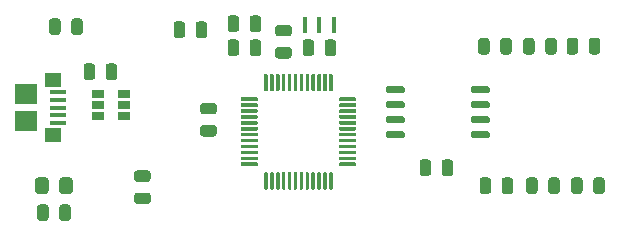
<source format=gbr>
%TF.GenerationSoftware,KiCad,Pcbnew,(5.1.6)-1*%
%TF.CreationDate,2020-10-29T00:16:48-05:00*%
%TF.ProjectId,VS1000BreakoutV2,56533130-3030-4427-9265-616b6f757456,rev?*%
%TF.SameCoordinates,Original*%
%TF.FileFunction,Paste,Top*%
%TF.FilePolarity,Positive*%
%FSLAX46Y46*%
G04 Gerber Fmt 4.6, Leading zero omitted, Abs format (unit mm)*
G04 Created by KiCad (PCBNEW (5.1.6)-1) date 2020-10-29 00:16:48*
%MOMM*%
%LPD*%
G01*
G04 APERTURE LIST*
%ADD10R,0.400000X1.400000*%
%ADD11R,1.060000X0.650000*%
%ADD12R,1.450000X1.150000*%
%ADD13R,1.900000X1.750000*%
%ADD14R,1.400000X0.400000*%
G04 APERTURE END LIST*
D10*
%TO.C,Y1*%
X110306000Y-109347000D03*
X111506000Y-109347000D03*
X112706000Y-109347000D03*
%TD*%
D11*
%TO.C,U2*%
X92753000Y-116078000D03*
X92753000Y-117028000D03*
X92753000Y-115128000D03*
X94953000Y-115128000D03*
X94953000Y-116078000D03*
X94953000Y-117028000D03*
%TD*%
%TO.C,U1*%
G36*
G01*
X106228000Y-121264000D02*
X104903000Y-121264000D01*
G75*
G02*
X104828000Y-121189000I0J75000D01*
G01*
X104828000Y-121039000D01*
G75*
G02*
X104903000Y-120964000I75000J0D01*
G01*
X106228000Y-120964000D01*
G75*
G02*
X106303000Y-121039000I0J-75000D01*
G01*
X106303000Y-121189000D01*
G75*
G02*
X106228000Y-121264000I-75000J0D01*
G01*
G37*
G36*
G01*
X106228000Y-120764000D02*
X104903000Y-120764000D01*
G75*
G02*
X104828000Y-120689000I0J75000D01*
G01*
X104828000Y-120539000D01*
G75*
G02*
X104903000Y-120464000I75000J0D01*
G01*
X106228000Y-120464000D01*
G75*
G02*
X106303000Y-120539000I0J-75000D01*
G01*
X106303000Y-120689000D01*
G75*
G02*
X106228000Y-120764000I-75000J0D01*
G01*
G37*
G36*
G01*
X106228000Y-120264000D02*
X104903000Y-120264000D01*
G75*
G02*
X104828000Y-120189000I0J75000D01*
G01*
X104828000Y-120039000D01*
G75*
G02*
X104903000Y-119964000I75000J0D01*
G01*
X106228000Y-119964000D01*
G75*
G02*
X106303000Y-120039000I0J-75000D01*
G01*
X106303000Y-120189000D01*
G75*
G02*
X106228000Y-120264000I-75000J0D01*
G01*
G37*
G36*
G01*
X106228000Y-119764000D02*
X104903000Y-119764000D01*
G75*
G02*
X104828000Y-119689000I0J75000D01*
G01*
X104828000Y-119539000D01*
G75*
G02*
X104903000Y-119464000I75000J0D01*
G01*
X106228000Y-119464000D01*
G75*
G02*
X106303000Y-119539000I0J-75000D01*
G01*
X106303000Y-119689000D01*
G75*
G02*
X106228000Y-119764000I-75000J0D01*
G01*
G37*
G36*
G01*
X106228000Y-119264000D02*
X104903000Y-119264000D01*
G75*
G02*
X104828000Y-119189000I0J75000D01*
G01*
X104828000Y-119039000D01*
G75*
G02*
X104903000Y-118964000I75000J0D01*
G01*
X106228000Y-118964000D01*
G75*
G02*
X106303000Y-119039000I0J-75000D01*
G01*
X106303000Y-119189000D01*
G75*
G02*
X106228000Y-119264000I-75000J0D01*
G01*
G37*
G36*
G01*
X106228000Y-118764000D02*
X104903000Y-118764000D01*
G75*
G02*
X104828000Y-118689000I0J75000D01*
G01*
X104828000Y-118539000D01*
G75*
G02*
X104903000Y-118464000I75000J0D01*
G01*
X106228000Y-118464000D01*
G75*
G02*
X106303000Y-118539000I0J-75000D01*
G01*
X106303000Y-118689000D01*
G75*
G02*
X106228000Y-118764000I-75000J0D01*
G01*
G37*
G36*
G01*
X106228000Y-118264000D02*
X104903000Y-118264000D01*
G75*
G02*
X104828000Y-118189000I0J75000D01*
G01*
X104828000Y-118039000D01*
G75*
G02*
X104903000Y-117964000I75000J0D01*
G01*
X106228000Y-117964000D01*
G75*
G02*
X106303000Y-118039000I0J-75000D01*
G01*
X106303000Y-118189000D01*
G75*
G02*
X106228000Y-118264000I-75000J0D01*
G01*
G37*
G36*
G01*
X106228000Y-117764000D02*
X104903000Y-117764000D01*
G75*
G02*
X104828000Y-117689000I0J75000D01*
G01*
X104828000Y-117539000D01*
G75*
G02*
X104903000Y-117464000I75000J0D01*
G01*
X106228000Y-117464000D01*
G75*
G02*
X106303000Y-117539000I0J-75000D01*
G01*
X106303000Y-117689000D01*
G75*
G02*
X106228000Y-117764000I-75000J0D01*
G01*
G37*
G36*
G01*
X106228000Y-117264000D02*
X104903000Y-117264000D01*
G75*
G02*
X104828000Y-117189000I0J75000D01*
G01*
X104828000Y-117039000D01*
G75*
G02*
X104903000Y-116964000I75000J0D01*
G01*
X106228000Y-116964000D01*
G75*
G02*
X106303000Y-117039000I0J-75000D01*
G01*
X106303000Y-117189000D01*
G75*
G02*
X106228000Y-117264000I-75000J0D01*
G01*
G37*
G36*
G01*
X106228000Y-116764000D02*
X104903000Y-116764000D01*
G75*
G02*
X104828000Y-116689000I0J75000D01*
G01*
X104828000Y-116539000D01*
G75*
G02*
X104903000Y-116464000I75000J0D01*
G01*
X106228000Y-116464000D01*
G75*
G02*
X106303000Y-116539000I0J-75000D01*
G01*
X106303000Y-116689000D01*
G75*
G02*
X106228000Y-116764000I-75000J0D01*
G01*
G37*
G36*
G01*
X106228000Y-116264000D02*
X104903000Y-116264000D01*
G75*
G02*
X104828000Y-116189000I0J75000D01*
G01*
X104828000Y-116039000D01*
G75*
G02*
X104903000Y-115964000I75000J0D01*
G01*
X106228000Y-115964000D01*
G75*
G02*
X106303000Y-116039000I0J-75000D01*
G01*
X106303000Y-116189000D01*
G75*
G02*
X106228000Y-116264000I-75000J0D01*
G01*
G37*
G36*
G01*
X106228000Y-115764000D02*
X104903000Y-115764000D01*
G75*
G02*
X104828000Y-115689000I0J75000D01*
G01*
X104828000Y-115539000D01*
G75*
G02*
X104903000Y-115464000I75000J0D01*
G01*
X106228000Y-115464000D01*
G75*
G02*
X106303000Y-115539000I0J-75000D01*
G01*
X106303000Y-115689000D01*
G75*
G02*
X106228000Y-115764000I-75000J0D01*
G01*
G37*
G36*
G01*
X107053000Y-114939000D02*
X106903000Y-114939000D01*
G75*
G02*
X106828000Y-114864000I0J75000D01*
G01*
X106828000Y-113539000D01*
G75*
G02*
X106903000Y-113464000I75000J0D01*
G01*
X107053000Y-113464000D01*
G75*
G02*
X107128000Y-113539000I0J-75000D01*
G01*
X107128000Y-114864000D01*
G75*
G02*
X107053000Y-114939000I-75000J0D01*
G01*
G37*
G36*
G01*
X107553000Y-114939000D02*
X107403000Y-114939000D01*
G75*
G02*
X107328000Y-114864000I0J75000D01*
G01*
X107328000Y-113539000D01*
G75*
G02*
X107403000Y-113464000I75000J0D01*
G01*
X107553000Y-113464000D01*
G75*
G02*
X107628000Y-113539000I0J-75000D01*
G01*
X107628000Y-114864000D01*
G75*
G02*
X107553000Y-114939000I-75000J0D01*
G01*
G37*
G36*
G01*
X108053000Y-114939000D02*
X107903000Y-114939000D01*
G75*
G02*
X107828000Y-114864000I0J75000D01*
G01*
X107828000Y-113539000D01*
G75*
G02*
X107903000Y-113464000I75000J0D01*
G01*
X108053000Y-113464000D01*
G75*
G02*
X108128000Y-113539000I0J-75000D01*
G01*
X108128000Y-114864000D01*
G75*
G02*
X108053000Y-114939000I-75000J0D01*
G01*
G37*
G36*
G01*
X108553000Y-114939000D02*
X108403000Y-114939000D01*
G75*
G02*
X108328000Y-114864000I0J75000D01*
G01*
X108328000Y-113539000D01*
G75*
G02*
X108403000Y-113464000I75000J0D01*
G01*
X108553000Y-113464000D01*
G75*
G02*
X108628000Y-113539000I0J-75000D01*
G01*
X108628000Y-114864000D01*
G75*
G02*
X108553000Y-114939000I-75000J0D01*
G01*
G37*
G36*
G01*
X109053000Y-114939000D02*
X108903000Y-114939000D01*
G75*
G02*
X108828000Y-114864000I0J75000D01*
G01*
X108828000Y-113539000D01*
G75*
G02*
X108903000Y-113464000I75000J0D01*
G01*
X109053000Y-113464000D01*
G75*
G02*
X109128000Y-113539000I0J-75000D01*
G01*
X109128000Y-114864000D01*
G75*
G02*
X109053000Y-114939000I-75000J0D01*
G01*
G37*
G36*
G01*
X109553000Y-114939000D02*
X109403000Y-114939000D01*
G75*
G02*
X109328000Y-114864000I0J75000D01*
G01*
X109328000Y-113539000D01*
G75*
G02*
X109403000Y-113464000I75000J0D01*
G01*
X109553000Y-113464000D01*
G75*
G02*
X109628000Y-113539000I0J-75000D01*
G01*
X109628000Y-114864000D01*
G75*
G02*
X109553000Y-114939000I-75000J0D01*
G01*
G37*
G36*
G01*
X110053000Y-114939000D02*
X109903000Y-114939000D01*
G75*
G02*
X109828000Y-114864000I0J75000D01*
G01*
X109828000Y-113539000D01*
G75*
G02*
X109903000Y-113464000I75000J0D01*
G01*
X110053000Y-113464000D01*
G75*
G02*
X110128000Y-113539000I0J-75000D01*
G01*
X110128000Y-114864000D01*
G75*
G02*
X110053000Y-114939000I-75000J0D01*
G01*
G37*
G36*
G01*
X110553000Y-114939000D02*
X110403000Y-114939000D01*
G75*
G02*
X110328000Y-114864000I0J75000D01*
G01*
X110328000Y-113539000D01*
G75*
G02*
X110403000Y-113464000I75000J0D01*
G01*
X110553000Y-113464000D01*
G75*
G02*
X110628000Y-113539000I0J-75000D01*
G01*
X110628000Y-114864000D01*
G75*
G02*
X110553000Y-114939000I-75000J0D01*
G01*
G37*
G36*
G01*
X111053000Y-114939000D02*
X110903000Y-114939000D01*
G75*
G02*
X110828000Y-114864000I0J75000D01*
G01*
X110828000Y-113539000D01*
G75*
G02*
X110903000Y-113464000I75000J0D01*
G01*
X111053000Y-113464000D01*
G75*
G02*
X111128000Y-113539000I0J-75000D01*
G01*
X111128000Y-114864000D01*
G75*
G02*
X111053000Y-114939000I-75000J0D01*
G01*
G37*
G36*
G01*
X111553000Y-114939000D02*
X111403000Y-114939000D01*
G75*
G02*
X111328000Y-114864000I0J75000D01*
G01*
X111328000Y-113539000D01*
G75*
G02*
X111403000Y-113464000I75000J0D01*
G01*
X111553000Y-113464000D01*
G75*
G02*
X111628000Y-113539000I0J-75000D01*
G01*
X111628000Y-114864000D01*
G75*
G02*
X111553000Y-114939000I-75000J0D01*
G01*
G37*
G36*
G01*
X112053000Y-114939000D02*
X111903000Y-114939000D01*
G75*
G02*
X111828000Y-114864000I0J75000D01*
G01*
X111828000Y-113539000D01*
G75*
G02*
X111903000Y-113464000I75000J0D01*
G01*
X112053000Y-113464000D01*
G75*
G02*
X112128000Y-113539000I0J-75000D01*
G01*
X112128000Y-114864000D01*
G75*
G02*
X112053000Y-114939000I-75000J0D01*
G01*
G37*
G36*
G01*
X112553000Y-114939000D02*
X112403000Y-114939000D01*
G75*
G02*
X112328000Y-114864000I0J75000D01*
G01*
X112328000Y-113539000D01*
G75*
G02*
X112403000Y-113464000I75000J0D01*
G01*
X112553000Y-113464000D01*
G75*
G02*
X112628000Y-113539000I0J-75000D01*
G01*
X112628000Y-114864000D01*
G75*
G02*
X112553000Y-114939000I-75000J0D01*
G01*
G37*
G36*
G01*
X114553000Y-115764000D02*
X113228000Y-115764000D01*
G75*
G02*
X113153000Y-115689000I0J75000D01*
G01*
X113153000Y-115539000D01*
G75*
G02*
X113228000Y-115464000I75000J0D01*
G01*
X114553000Y-115464000D01*
G75*
G02*
X114628000Y-115539000I0J-75000D01*
G01*
X114628000Y-115689000D01*
G75*
G02*
X114553000Y-115764000I-75000J0D01*
G01*
G37*
G36*
G01*
X114553000Y-116264000D02*
X113228000Y-116264000D01*
G75*
G02*
X113153000Y-116189000I0J75000D01*
G01*
X113153000Y-116039000D01*
G75*
G02*
X113228000Y-115964000I75000J0D01*
G01*
X114553000Y-115964000D01*
G75*
G02*
X114628000Y-116039000I0J-75000D01*
G01*
X114628000Y-116189000D01*
G75*
G02*
X114553000Y-116264000I-75000J0D01*
G01*
G37*
G36*
G01*
X114553000Y-116764000D02*
X113228000Y-116764000D01*
G75*
G02*
X113153000Y-116689000I0J75000D01*
G01*
X113153000Y-116539000D01*
G75*
G02*
X113228000Y-116464000I75000J0D01*
G01*
X114553000Y-116464000D01*
G75*
G02*
X114628000Y-116539000I0J-75000D01*
G01*
X114628000Y-116689000D01*
G75*
G02*
X114553000Y-116764000I-75000J0D01*
G01*
G37*
G36*
G01*
X114553000Y-117264000D02*
X113228000Y-117264000D01*
G75*
G02*
X113153000Y-117189000I0J75000D01*
G01*
X113153000Y-117039000D01*
G75*
G02*
X113228000Y-116964000I75000J0D01*
G01*
X114553000Y-116964000D01*
G75*
G02*
X114628000Y-117039000I0J-75000D01*
G01*
X114628000Y-117189000D01*
G75*
G02*
X114553000Y-117264000I-75000J0D01*
G01*
G37*
G36*
G01*
X114553000Y-117764000D02*
X113228000Y-117764000D01*
G75*
G02*
X113153000Y-117689000I0J75000D01*
G01*
X113153000Y-117539000D01*
G75*
G02*
X113228000Y-117464000I75000J0D01*
G01*
X114553000Y-117464000D01*
G75*
G02*
X114628000Y-117539000I0J-75000D01*
G01*
X114628000Y-117689000D01*
G75*
G02*
X114553000Y-117764000I-75000J0D01*
G01*
G37*
G36*
G01*
X114553000Y-118264000D02*
X113228000Y-118264000D01*
G75*
G02*
X113153000Y-118189000I0J75000D01*
G01*
X113153000Y-118039000D01*
G75*
G02*
X113228000Y-117964000I75000J0D01*
G01*
X114553000Y-117964000D01*
G75*
G02*
X114628000Y-118039000I0J-75000D01*
G01*
X114628000Y-118189000D01*
G75*
G02*
X114553000Y-118264000I-75000J0D01*
G01*
G37*
G36*
G01*
X114553000Y-118764000D02*
X113228000Y-118764000D01*
G75*
G02*
X113153000Y-118689000I0J75000D01*
G01*
X113153000Y-118539000D01*
G75*
G02*
X113228000Y-118464000I75000J0D01*
G01*
X114553000Y-118464000D01*
G75*
G02*
X114628000Y-118539000I0J-75000D01*
G01*
X114628000Y-118689000D01*
G75*
G02*
X114553000Y-118764000I-75000J0D01*
G01*
G37*
G36*
G01*
X114553000Y-119264000D02*
X113228000Y-119264000D01*
G75*
G02*
X113153000Y-119189000I0J75000D01*
G01*
X113153000Y-119039000D01*
G75*
G02*
X113228000Y-118964000I75000J0D01*
G01*
X114553000Y-118964000D01*
G75*
G02*
X114628000Y-119039000I0J-75000D01*
G01*
X114628000Y-119189000D01*
G75*
G02*
X114553000Y-119264000I-75000J0D01*
G01*
G37*
G36*
G01*
X114553000Y-119764000D02*
X113228000Y-119764000D01*
G75*
G02*
X113153000Y-119689000I0J75000D01*
G01*
X113153000Y-119539000D01*
G75*
G02*
X113228000Y-119464000I75000J0D01*
G01*
X114553000Y-119464000D01*
G75*
G02*
X114628000Y-119539000I0J-75000D01*
G01*
X114628000Y-119689000D01*
G75*
G02*
X114553000Y-119764000I-75000J0D01*
G01*
G37*
G36*
G01*
X114553000Y-120264000D02*
X113228000Y-120264000D01*
G75*
G02*
X113153000Y-120189000I0J75000D01*
G01*
X113153000Y-120039000D01*
G75*
G02*
X113228000Y-119964000I75000J0D01*
G01*
X114553000Y-119964000D01*
G75*
G02*
X114628000Y-120039000I0J-75000D01*
G01*
X114628000Y-120189000D01*
G75*
G02*
X114553000Y-120264000I-75000J0D01*
G01*
G37*
G36*
G01*
X114553000Y-120764000D02*
X113228000Y-120764000D01*
G75*
G02*
X113153000Y-120689000I0J75000D01*
G01*
X113153000Y-120539000D01*
G75*
G02*
X113228000Y-120464000I75000J0D01*
G01*
X114553000Y-120464000D01*
G75*
G02*
X114628000Y-120539000I0J-75000D01*
G01*
X114628000Y-120689000D01*
G75*
G02*
X114553000Y-120764000I-75000J0D01*
G01*
G37*
G36*
G01*
X114553000Y-121264000D02*
X113228000Y-121264000D01*
G75*
G02*
X113153000Y-121189000I0J75000D01*
G01*
X113153000Y-121039000D01*
G75*
G02*
X113228000Y-120964000I75000J0D01*
G01*
X114553000Y-120964000D01*
G75*
G02*
X114628000Y-121039000I0J-75000D01*
G01*
X114628000Y-121189000D01*
G75*
G02*
X114553000Y-121264000I-75000J0D01*
G01*
G37*
G36*
G01*
X112553000Y-123264000D02*
X112403000Y-123264000D01*
G75*
G02*
X112328000Y-123189000I0J75000D01*
G01*
X112328000Y-121864000D01*
G75*
G02*
X112403000Y-121789000I75000J0D01*
G01*
X112553000Y-121789000D01*
G75*
G02*
X112628000Y-121864000I0J-75000D01*
G01*
X112628000Y-123189000D01*
G75*
G02*
X112553000Y-123264000I-75000J0D01*
G01*
G37*
G36*
G01*
X112053000Y-123264000D02*
X111903000Y-123264000D01*
G75*
G02*
X111828000Y-123189000I0J75000D01*
G01*
X111828000Y-121864000D01*
G75*
G02*
X111903000Y-121789000I75000J0D01*
G01*
X112053000Y-121789000D01*
G75*
G02*
X112128000Y-121864000I0J-75000D01*
G01*
X112128000Y-123189000D01*
G75*
G02*
X112053000Y-123264000I-75000J0D01*
G01*
G37*
G36*
G01*
X111553000Y-123264000D02*
X111403000Y-123264000D01*
G75*
G02*
X111328000Y-123189000I0J75000D01*
G01*
X111328000Y-121864000D01*
G75*
G02*
X111403000Y-121789000I75000J0D01*
G01*
X111553000Y-121789000D01*
G75*
G02*
X111628000Y-121864000I0J-75000D01*
G01*
X111628000Y-123189000D01*
G75*
G02*
X111553000Y-123264000I-75000J0D01*
G01*
G37*
G36*
G01*
X111053000Y-123264000D02*
X110903000Y-123264000D01*
G75*
G02*
X110828000Y-123189000I0J75000D01*
G01*
X110828000Y-121864000D01*
G75*
G02*
X110903000Y-121789000I75000J0D01*
G01*
X111053000Y-121789000D01*
G75*
G02*
X111128000Y-121864000I0J-75000D01*
G01*
X111128000Y-123189000D01*
G75*
G02*
X111053000Y-123264000I-75000J0D01*
G01*
G37*
G36*
G01*
X110553000Y-123264000D02*
X110403000Y-123264000D01*
G75*
G02*
X110328000Y-123189000I0J75000D01*
G01*
X110328000Y-121864000D01*
G75*
G02*
X110403000Y-121789000I75000J0D01*
G01*
X110553000Y-121789000D01*
G75*
G02*
X110628000Y-121864000I0J-75000D01*
G01*
X110628000Y-123189000D01*
G75*
G02*
X110553000Y-123264000I-75000J0D01*
G01*
G37*
G36*
G01*
X110053000Y-123264000D02*
X109903000Y-123264000D01*
G75*
G02*
X109828000Y-123189000I0J75000D01*
G01*
X109828000Y-121864000D01*
G75*
G02*
X109903000Y-121789000I75000J0D01*
G01*
X110053000Y-121789000D01*
G75*
G02*
X110128000Y-121864000I0J-75000D01*
G01*
X110128000Y-123189000D01*
G75*
G02*
X110053000Y-123264000I-75000J0D01*
G01*
G37*
G36*
G01*
X109553000Y-123264000D02*
X109403000Y-123264000D01*
G75*
G02*
X109328000Y-123189000I0J75000D01*
G01*
X109328000Y-121864000D01*
G75*
G02*
X109403000Y-121789000I75000J0D01*
G01*
X109553000Y-121789000D01*
G75*
G02*
X109628000Y-121864000I0J-75000D01*
G01*
X109628000Y-123189000D01*
G75*
G02*
X109553000Y-123264000I-75000J0D01*
G01*
G37*
G36*
G01*
X109053000Y-123264000D02*
X108903000Y-123264000D01*
G75*
G02*
X108828000Y-123189000I0J75000D01*
G01*
X108828000Y-121864000D01*
G75*
G02*
X108903000Y-121789000I75000J0D01*
G01*
X109053000Y-121789000D01*
G75*
G02*
X109128000Y-121864000I0J-75000D01*
G01*
X109128000Y-123189000D01*
G75*
G02*
X109053000Y-123264000I-75000J0D01*
G01*
G37*
G36*
G01*
X108553000Y-123264000D02*
X108403000Y-123264000D01*
G75*
G02*
X108328000Y-123189000I0J75000D01*
G01*
X108328000Y-121864000D01*
G75*
G02*
X108403000Y-121789000I75000J0D01*
G01*
X108553000Y-121789000D01*
G75*
G02*
X108628000Y-121864000I0J-75000D01*
G01*
X108628000Y-123189000D01*
G75*
G02*
X108553000Y-123264000I-75000J0D01*
G01*
G37*
G36*
G01*
X108053000Y-123264000D02*
X107903000Y-123264000D01*
G75*
G02*
X107828000Y-123189000I0J75000D01*
G01*
X107828000Y-121864000D01*
G75*
G02*
X107903000Y-121789000I75000J0D01*
G01*
X108053000Y-121789000D01*
G75*
G02*
X108128000Y-121864000I0J-75000D01*
G01*
X108128000Y-123189000D01*
G75*
G02*
X108053000Y-123264000I-75000J0D01*
G01*
G37*
G36*
G01*
X107553000Y-123264000D02*
X107403000Y-123264000D01*
G75*
G02*
X107328000Y-123189000I0J75000D01*
G01*
X107328000Y-121864000D01*
G75*
G02*
X107403000Y-121789000I75000J0D01*
G01*
X107553000Y-121789000D01*
G75*
G02*
X107628000Y-121864000I0J-75000D01*
G01*
X107628000Y-123189000D01*
G75*
G02*
X107553000Y-123264000I-75000J0D01*
G01*
G37*
G36*
G01*
X107053000Y-123264000D02*
X106903000Y-123264000D01*
G75*
G02*
X106828000Y-123189000I0J75000D01*
G01*
X106828000Y-121864000D01*
G75*
G02*
X106903000Y-121789000I75000J0D01*
G01*
X107053000Y-121789000D01*
G75*
G02*
X107128000Y-121864000I0J-75000D01*
G01*
X107128000Y-123189000D01*
G75*
G02*
X107053000Y-123264000I-75000J0D01*
G01*
G37*
%TD*%
%TO.C,R7*%
G36*
G01*
X121862000Y-121868250D02*
X121862000Y-120955750D01*
G75*
G02*
X122105750Y-120712000I243750J0D01*
G01*
X122593250Y-120712000D01*
G75*
G02*
X122837000Y-120955750I0J-243750D01*
G01*
X122837000Y-121868250D01*
G75*
G02*
X122593250Y-122112000I-243750J0D01*
G01*
X122105750Y-122112000D01*
G75*
G02*
X121862000Y-121868250I0J243750D01*
G01*
G37*
G36*
G01*
X119987000Y-121868250D02*
X119987000Y-120955750D01*
G75*
G02*
X120230750Y-120712000I243750J0D01*
G01*
X120718250Y-120712000D01*
G75*
G02*
X120962000Y-120955750I0J-243750D01*
G01*
X120962000Y-121868250D01*
G75*
G02*
X120718250Y-122112000I-243750J0D01*
G01*
X120230750Y-122112000D01*
G75*
G02*
X119987000Y-121868250I0J243750D01*
G01*
G37*
%TD*%
%TO.C,R6*%
G36*
G01*
X126042000Y-122479750D02*
X126042000Y-123392250D01*
G75*
G02*
X125798250Y-123636000I-243750J0D01*
G01*
X125310750Y-123636000D01*
G75*
G02*
X125067000Y-123392250I0J243750D01*
G01*
X125067000Y-122479750D01*
G75*
G02*
X125310750Y-122236000I243750J0D01*
G01*
X125798250Y-122236000D01*
G75*
G02*
X126042000Y-122479750I0J-243750D01*
G01*
G37*
G36*
G01*
X127917000Y-122479750D02*
X127917000Y-123392250D01*
G75*
G02*
X127673250Y-123636000I-243750J0D01*
G01*
X127185750Y-123636000D01*
G75*
G02*
X126942000Y-123392250I0J243750D01*
G01*
X126942000Y-122479750D01*
G75*
G02*
X127185750Y-122236000I243750J0D01*
G01*
X127673250Y-122236000D01*
G75*
G02*
X127917000Y-122479750I0J-243750D01*
G01*
G37*
%TD*%
%TO.C,R5*%
G36*
G01*
X125915000Y-110668750D02*
X125915000Y-111581250D01*
G75*
G02*
X125671250Y-111825000I-243750J0D01*
G01*
X125183750Y-111825000D01*
G75*
G02*
X124940000Y-111581250I0J243750D01*
G01*
X124940000Y-110668750D01*
G75*
G02*
X125183750Y-110425000I243750J0D01*
G01*
X125671250Y-110425000D01*
G75*
G02*
X125915000Y-110668750I0J-243750D01*
G01*
G37*
G36*
G01*
X127790000Y-110668750D02*
X127790000Y-111581250D01*
G75*
G02*
X127546250Y-111825000I-243750J0D01*
G01*
X127058750Y-111825000D01*
G75*
G02*
X126815000Y-111581250I0J243750D01*
G01*
X126815000Y-110668750D01*
G75*
G02*
X127058750Y-110425000I243750J0D01*
G01*
X127546250Y-110425000D01*
G75*
G02*
X127790000Y-110668750I0J-243750D01*
G01*
G37*
%TD*%
%TO.C,R4*%
G36*
G01*
X100134000Y-109271750D02*
X100134000Y-110184250D01*
G75*
G02*
X99890250Y-110428000I-243750J0D01*
G01*
X99402750Y-110428000D01*
G75*
G02*
X99159000Y-110184250I0J243750D01*
G01*
X99159000Y-109271750D01*
G75*
G02*
X99402750Y-109028000I243750J0D01*
G01*
X99890250Y-109028000D01*
G75*
G02*
X100134000Y-109271750I0J-243750D01*
G01*
G37*
G36*
G01*
X102009000Y-109271750D02*
X102009000Y-110184250D01*
G75*
G02*
X101765250Y-110428000I-243750J0D01*
G01*
X101277750Y-110428000D01*
G75*
G02*
X101034000Y-110184250I0J243750D01*
G01*
X101034000Y-109271750D01*
G75*
G02*
X101277750Y-109028000I243750J0D01*
G01*
X101765250Y-109028000D01*
G75*
G02*
X102009000Y-109271750I0J-243750D01*
G01*
G37*
%TD*%
%TO.C,R3*%
G36*
G01*
X90493000Y-109930250D02*
X90493000Y-109017750D01*
G75*
G02*
X90736750Y-108774000I243750J0D01*
G01*
X91224250Y-108774000D01*
G75*
G02*
X91468000Y-109017750I0J-243750D01*
G01*
X91468000Y-109930250D01*
G75*
G02*
X91224250Y-110174000I-243750J0D01*
G01*
X90736750Y-110174000D01*
G75*
G02*
X90493000Y-109930250I0J243750D01*
G01*
G37*
G36*
G01*
X88618000Y-109930250D02*
X88618000Y-109017750D01*
G75*
G02*
X88861750Y-108774000I243750J0D01*
G01*
X89349250Y-108774000D01*
G75*
G02*
X89593000Y-109017750I0J-243750D01*
G01*
X89593000Y-109930250D01*
G75*
G02*
X89349250Y-110174000I-243750J0D01*
G01*
X88861750Y-110174000D01*
G75*
G02*
X88618000Y-109930250I0J243750D01*
G01*
G37*
%TD*%
%TO.C,R2*%
G36*
G01*
X111956000Y-111708250D02*
X111956000Y-110795750D01*
G75*
G02*
X112199750Y-110552000I243750J0D01*
G01*
X112687250Y-110552000D01*
G75*
G02*
X112931000Y-110795750I0J-243750D01*
G01*
X112931000Y-111708250D01*
G75*
G02*
X112687250Y-111952000I-243750J0D01*
G01*
X112199750Y-111952000D01*
G75*
G02*
X111956000Y-111708250I0J243750D01*
G01*
G37*
G36*
G01*
X110081000Y-111708250D02*
X110081000Y-110795750D01*
G75*
G02*
X110324750Y-110552000I243750J0D01*
G01*
X110812250Y-110552000D01*
G75*
G02*
X111056000Y-110795750I0J-243750D01*
G01*
X111056000Y-111708250D01*
G75*
G02*
X110812250Y-111952000I-243750J0D01*
G01*
X110324750Y-111952000D01*
G75*
G02*
X110081000Y-111708250I0J243750D01*
G01*
G37*
%TD*%
%TO.C,R1*%
G36*
G01*
X96976250Y-122613000D02*
X96063750Y-122613000D01*
G75*
G02*
X95820000Y-122369250I0J243750D01*
G01*
X95820000Y-121881750D01*
G75*
G02*
X96063750Y-121638000I243750J0D01*
G01*
X96976250Y-121638000D01*
G75*
G02*
X97220000Y-121881750I0J-243750D01*
G01*
X97220000Y-122369250D01*
G75*
G02*
X96976250Y-122613000I-243750J0D01*
G01*
G37*
G36*
G01*
X96976250Y-124488000D02*
X96063750Y-124488000D01*
G75*
G02*
X95820000Y-124244250I0J243750D01*
G01*
X95820000Y-123756750D01*
G75*
G02*
X96063750Y-123513000I243750J0D01*
G01*
X96976250Y-123513000D01*
G75*
G02*
X97220000Y-123756750I0J-243750D01*
G01*
X97220000Y-124244250D01*
G75*
G02*
X96976250Y-124488000I-243750J0D01*
G01*
G37*
%TD*%
D12*
%TO.C,J3*%
X88914000Y-114012000D03*
X88914000Y-118652000D03*
D13*
X86684000Y-115207000D03*
D14*
X89334000Y-116332000D03*
X89334000Y-116982000D03*
X89334000Y-117632000D03*
X89334000Y-115032000D03*
X89334000Y-115682000D03*
D13*
X86684000Y-117457000D03*
%TD*%
%TO.C,D1*%
G36*
G01*
X89477000Y-123386001D02*
X89477000Y-122485999D01*
G75*
G02*
X89726999Y-122236000I249999J0D01*
G01*
X90377001Y-122236000D01*
G75*
G02*
X90627000Y-122485999I0J-249999D01*
G01*
X90627000Y-123386001D01*
G75*
G02*
X90377001Y-123636000I-249999J0D01*
G01*
X89726999Y-123636000D01*
G75*
G02*
X89477000Y-123386001I0J249999D01*
G01*
G37*
G36*
G01*
X87427000Y-123386001D02*
X87427000Y-122485999D01*
G75*
G02*
X87676999Y-122236000I249999J0D01*
G01*
X88327001Y-122236000D01*
G75*
G02*
X88577000Y-122485999I0J-249999D01*
G01*
X88577000Y-123386001D01*
G75*
G02*
X88327001Y-123636000I-249999J0D01*
G01*
X87676999Y-123636000D01*
G75*
G02*
X87427000Y-123386001I0J249999D01*
G01*
G37*
%TD*%
%TO.C,C9*%
G36*
G01*
X133789000Y-122479750D02*
X133789000Y-123392250D01*
G75*
G02*
X133545250Y-123636000I-243750J0D01*
G01*
X133057750Y-123636000D01*
G75*
G02*
X132814000Y-123392250I0J243750D01*
G01*
X132814000Y-122479750D01*
G75*
G02*
X133057750Y-122236000I243750J0D01*
G01*
X133545250Y-122236000D01*
G75*
G02*
X133789000Y-122479750I0J-243750D01*
G01*
G37*
G36*
G01*
X135664000Y-122479750D02*
X135664000Y-123392250D01*
G75*
G02*
X135420250Y-123636000I-243750J0D01*
G01*
X134932750Y-123636000D01*
G75*
G02*
X134689000Y-123392250I0J243750D01*
G01*
X134689000Y-122479750D01*
G75*
G02*
X134932750Y-122236000I243750J0D01*
G01*
X135420250Y-122236000D01*
G75*
G02*
X135664000Y-122479750I0J-243750D01*
G01*
G37*
%TD*%
%TO.C,C8*%
G36*
G01*
X133408000Y-110668750D02*
X133408000Y-111581250D01*
G75*
G02*
X133164250Y-111825000I-243750J0D01*
G01*
X132676750Y-111825000D01*
G75*
G02*
X132433000Y-111581250I0J243750D01*
G01*
X132433000Y-110668750D01*
G75*
G02*
X132676750Y-110425000I243750J0D01*
G01*
X133164250Y-110425000D01*
G75*
G02*
X133408000Y-110668750I0J-243750D01*
G01*
G37*
G36*
G01*
X135283000Y-110668750D02*
X135283000Y-111581250D01*
G75*
G02*
X135039250Y-111825000I-243750J0D01*
G01*
X134551750Y-111825000D01*
G75*
G02*
X134308000Y-111581250I0J243750D01*
G01*
X134308000Y-110668750D01*
G75*
G02*
X134551750Y-110425000I243750J0D01*
G01*
X135039250Y-110425000D01*
G75*
G02*
X135283000Y-110668750I0J-243750D01*
G01*
G37*
%TD*%
%TO.C,C7*%
G36*
G01*
X130879000Y-123392250D02*
X130879000Y-122479750D01*
G75*
G02*
X131122750Y-122236000I243750J0D01*
G01*
X131610250Y-122236000D01*
G75*
G02*
X131854000Y-122479750I0J-243750D01*
G01*
X131854000Y-123392250D01*
G75*
G02*
X131610250Y-123636000I-243750J0D01*
G01*
X131122750Y-123636000D01*
G75*
G02*
X130879000Y-123392250I0J243750D01*
G01*
G37*
G36*
G01*
X129004000Y-123392250D02*
X129004000Y-122479750D01*
G75*
G02*
X129247750Y-122236000I243750J0D01*
G01*
X129735250Y-122236000D01*
G75*
G02*
X129979000Y-122479750I0J-243750D01*
G01*
X129979000Y-123392250D01*
G75*
G02*
X129735250Y-123636000I-243750J0D01*
G01*
X129247750Y-123636000D01*
G75*
G02*
X129004000Y-123392250I0J243750D01*
G01*
G37*
%TD*%
%TO.C,C6*%
G36*
G01*
X130625000Y-111581250D02*
X130625000Y-110668750D01*
G75*
G02*
X130868750Y-110425000I243750J0D01*
G01*
X131356250Y-110425000D01*
G75*
G02*
X131600000Y-110668750I0J-243750D01*
G01*
X131600000Y-111581250D01*
G75*
G02*
X131356250Y-111825000I-243750J0D01*
G01*
X130868750Y-111825000D01*
G75*
G02*
X130625000Y-111581250I0J243750D01*
G01*
G37*
G36*
G01*
X128750000Y-111581250D02*
X128750000Y-110668750D01*
G75*
G02*
X128993750Y-110425000I243750J0D01*
G01*
X129481250Y-110425000D01*
G75*
G02*
X129725000Y-110668750I0J-243750D01*
G01*
X129725000Y-111581250D01*
G75*
G02*
X129481250Y-111825000I-243750J0D01*
G01*
X128993750Y-111825000D01*
G75*
G02*
X128750000Y-111581250I0J243750D01*
G01*
G37*
%TD*%
%TO.C,C5*%
G36*
G01*
X101651750Y-117798000D02*
X102564250Y-117798000D01*
G75*
G02*
X102808000Y-118041750I0J-243750D01*
G01*
X102808000Y-118529250D01*
G75*
G02*
X102564250Y-118773000I-243750J0D01*
G01*
X101651750Y-118773000D01*
G75*
G02*
X101408000Y-118529250I0J243750D01*
G01*
X101408000Y-118041750D01*
G75*
G02*
X101651750Y-117798000I243750J0D01*
G01*
G37*
G36*
G01*
X101651750Y-115923000D02*
X102564250Y-115923000D01*
G75*
G02*
X102808000Y-116166750I0J-243750D01*
G01*
X102808000Y-116654250D01*
G75*
G02*
X102564250Y-116898000I-243750J0D01*
G01*
X101651750Y-116898000D01*
G75*
G02*
X101408000Y-116654250I0J243750D01*
G01*
X101408000Y-116166750D01*
G75*
G02*
X101651750Y-115923000I243750J0D01*
G01*
G37*
%TD*%
%TO.C,C4*%
G36*
G01*
X105606000Y-109676250D02*
X105606000Y-108763750D01*
G75*
G02*
X105849750Y-108520000I243750J0D01*
G01*
X106337250Y-108520000D01*
G75*
G02*
X106581000Y-108763750I0J-243750D01*
G01*
X106581000Y-109676250D01*
G75*
G02*
X106337250Y-109920000I-243750J0D01*
G01*
X105849750Y-109920000D01*
G75*
G02*
X105606000Y-109676250I0J243750D01*
G01*
G37*
G36*
G01*
X103731000Y-109676250D02*
X103731000Y-108763750D01*
G75*
G02*
X103974750Y-108520000I243750J0D01*
G01*
X104462250Y-108520000D01*
G75*
G02*
X104706000Y-108763750I0J-243750D01*
G01*
X104706000Y-109676250D01*
G75*
G02*
X104462250Y-109920000I-243750J0D01*
G01*
X103974750Y-109920000D01*
G75*
G02*
X103731000Y-109676250I0J243750D01*
G01*
G37*
%TD*%
%TO.C,C3*%
G36*
G01*
X93414000Y-113740250D02*
X93414000Y-112827750D01*
G75*
G02*
X93657750Y-112584000I243750J0D01*
G01*
X94145250Y-112584000D01*
G75*
G02*
X94389000Y-112827750I0J-243750D01*
G01*
X94389000Y-113740250D01*
G75*
G02*
X94145250Y-113984000I-243750J0D01*
G01*
X93657750Y-113984000D01*
G75*
G02*
X93414000Y-113740250I0J243750D01*
G01*
G37*
G36*
G01*
X91539000Y-113740250D02*
X91539000Y-112827750D01*
G75*
G02*
X91782750Y-112584000I243750J0D01*
G01*
X92270250Y-112584000D01*
G75*
G02*
X92514000Y-112827750I0J-243750D01*
G01*
X92514000Y-113740250D01*
G75*
G02*
X92270250Y-113984000I-243750J0D01*
G01*
X91782750Y-113984000D01*
G75*
G02*
X91539000Y-113740250I0J243750D01*
G01*
G37*
%TD*%
%TO.C,C2*%
G36*
G01*
X104706000Y-110795750D02*
X104706000Y-111708250D01*
G75*
G02*
X104462250Y-111952000I-243750J0D01*
G01*
X103974750Y-111952000D01*
G75*
G02*
X103731000Y-111708250I0J243750D01*
G01*
X103731000Y-110795750D01*
G75*
G02*
X103974750Y-110552000I243750J0D01*
G01*
X104462250Y-110552000D01*
G75*
G02*
X104706000Y-110795750I0J-243750D01*
G01*
G37*
G36*
G01*
X106581000Y-110795750D02*
X106581000Y-111708250D01*
G75*
G02*
X106337250Y-111952000I-243750J0D01*
G01*
X105849750Y-111952000D01*
G75*
G02*
X105606000Y-111708250I0J243750D01*
G01*
X105606000Y-110795750D01*
G75*
G02*
X105849750Y-110552000I243750J0D01*
G01*
X106337250Y-110552000D01*
G75*
G02*
X106581000Y-110795750I0J-243750D01*
G01*
G37*
%TD*%
%TO.C,C1*%
G36*
G01*
X108914250Y-110294000D02*
X108001750Y-110294000D01*
G75*
G02*
X107758000Y-110050250I0J243750D01*
G01*
X107758000Y-109562750D01*
G75*
G02*
X108001750Y-109319000I243750J0D01*
G01*
X108914250Y-109319000D01*
G75*
G02*
X109158000Y-109562750I0J-243750D01*
G01*
X109158000Y-110050250D01*
G75*
G02*
X108914250Y-110294000I-243750J0D01*
G01*
G37*
G36*
G01*
X108914250Y-112169000D02*
X108001750Y-112169000D01*
G75*
G02*
X107758000Y-111925250I0J243750D01*
G01*
X107758000Y-111437750D01*
G75*
G02*
X108001750Y-111194000I243750J0D01*
G01*
X108914250Y-111194000D01*
G75*
G02*
X109158000Y-111437750I0J-243750D01*
G01*
X109158000Y-111925250D01*
G75*
G02*
X108914250Y-112169000I-243750J0D01*
G01*
G37*
%TD*%
%TO.C,R8*%
G36*
G01*
X87602000Y-125678250D02*
X87602000Y-124765750D01*
G75*
G02*
X87845750Y-124522000I243750J0D01*
G01*
X88333250Y-124522000D01*
G75*
G02*
X88577000Y-124765750I0J-243750D01*
G01*
X88577000Y-125678250D01*
G75*
G02*
X88333250Y-125922000I-243750J0D01*
G01*
X87845750Y-125922000D01*
G75*
G02*
X87602000Y-125678250I0J243750D01*
G01*
G37*
G36*
G01*
X89477000Y-125678250D02*
X89477000Y-124765750D01*
G75*
G02*
X89720750Y-124522000I243750J0D01*
G01*
X90208250Y-124522000D01*
G75*
G02*
X90452000Y-124765750I0J-243750D01*
G01*
X90452000Y-125678250D01*
G75*
G02*
X90208250Y-125922000I-243750J0D01*
G01*
X89720750Y-125922000D01*
G75*
G02*
X89477000Y-125678250I0J243750D01*
G01*
G37*
%TD*%
%TO.C,U3*%
G36*
G01*
X125939000Y-118468000D02*
X125939000Y-118768000D01*
G75*
G02*
X125789000Y-118918000I-150000J0D01*
G01*
X124489000Y-118918000D01*
G75*
G02*
X124339000Y-118768000I0J150000D01*
G01*
X124339000Y-118468000D01*
G75*
G02*
X124489000Y-118318000I150000J0D01*
G01*
X125789000Y-118318000D01*
G75*
G02*
X125939000Y-118468000I0J-150000D01*
G01*
G37*
G36*
G01*
X125939000Y-117198000D02*
X125939000Y-117498000D01*
G75*
G02*
X125789000Y-117648000I-150000J0D01*
G01*
X124489000Y-117648000D01*
G75*
G02*
X124339000Y-117498000I0J150000D01*
G01*
X124339000Y-117198000D01*
G75*
G02*
X124489000Y-117048000I150000J0D01*
G01*
X125789000Y-117048000D01*
G75*
G02*
X125939000Y-117198000I0J-150000D01*
G01*
G37*
G36*
G01*
X125939000Y-115928000D02*
X125939000Y-116228000D01*
G75*
G02*
X125789000Y-116378000I-150000J0D01*
G01*
X124489000Y-116378000D01*
G75*
G02*
X124339000Y-116228000I0J150000D01*
G01*
X124339000Y-115928000D01*
G75*
G02*
X124489000Y-115778000I150000J0D01*
G01*
X125789000Y-115778000D01*
G75*
G02*
X125939000Y-115928000I0J-150000D01*
G01*
G37*
G36*
G01*
X125939000Y-114658000D02*
X125939000Y-114958000D01*
G75*
G02*
X125789000Y-115108000I-150000J0D01*
G01*
X124489000Y-115108000D01*
G75*
G02*
X124339000Y-114958000I0J150000D01*
G01*
X124339000Y-114658000D01*
G75*
G02*
X124489000Y-114508000I150000J0D01*
G01*
X125789000Y-114508000D01*
G75*
G02*
X125939000Y-114658000I0J-150000D01*
G01*
G37*
G36*
G01*
X118739000Y-114658000D02*
X118739000Y-114958000D01*
G75*
G02*
X118589000Y-115108000I-150000J0D01*
G01*
X117289000Y-115108000D01*
G75*
G02*
X117139000Y-114958000I0J150000D01*
G01*
X117139000Y-114658000D01*
G75*
G02*
X117289000Y-114508000I150000J0D01*
G01*
X118589000Y-114508000D01*
G75*
G02*
X118739000Y-114658000I0J-150000D01*
G01*
G37*
G36*
G01*
X118739000Y-115928000D02*
X118739000Y-116228000D01*
G75*
G02*
X118589000Y-116378000I-150000J0D01*
G01*
X117289000Y-116378000D01*
G75*
G02*
X117139000Y-116228000I0J150000D01*
G01*
X117139000Y-115928000D01*
G75*
G02*
X117289000Y-115778000I150000J0D01*
G01*
X118589000Y-115778000D01*
G75*
G02*
X118739000Y-115928000I0J-150000D01*
G01*
G37*
G36*
G01*
X118739000Y-117198000D02*
X118739000Y-117498000D01*
G75*
G02*
X118589000Y-117648000I-150000J0D01*
G01*
X117289000Y-117648000D01*
G75*
G02*
X117139000Y-117498000I0J150000D01*
G01*
X117139000Y-117198000D01*
G75*
G02*
X117289000Y-117048000I150000J0D01*
G01*
X118589000Y-117048000D01*
G75*
G02*
X118739000Y-117198000I0J-150000D01*
G01*
G37*
G36*
G01*
X118739000Y-118468000D02*
X118739000Y-118768000D01*
G75*
G02*
X118589000Y-118918000I-150000J0D01*
G01*
X117289000Y-118918000D01*
G75*
G02*
X117139000Y-118768000I0J150000D01*
G01*
X117139000Y-118468000D01*
G75*
G02*
X117289000Y-118318000I150000J0D01*
G01*
X118589000Y-118318000D01*
G75*
G02*
X118739000Y-118468000I0J-150000D01*
G01*
G37*
%TD*%
M02*

</source>
